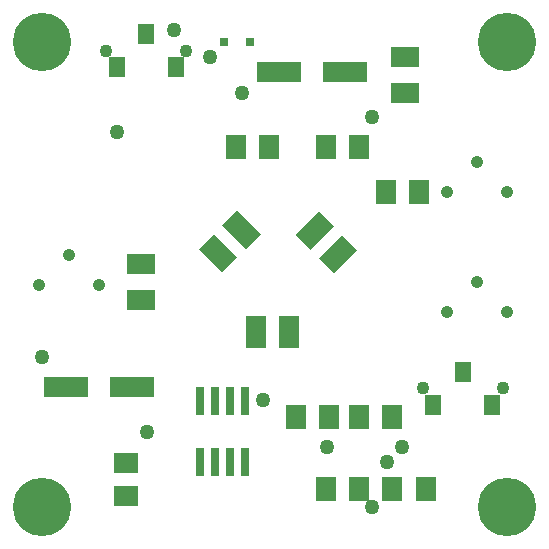
<source format=gts>
G75*
%MOIN*%
%OFA0B0*%
%FSLAX25Y25*%
%IPPOS*%
%LPD*%
%AMOC8*
5,1,8,0,0,1.08239X$1,22.5*
%
%ADD10C,0.19500*%
%ADD11R,0.03162X0.09461*%
%ADD12R,0.07099X0.07887*%
%ADD13R,0.07887X0.07099*%
%ADD14R,0.03162X0.03162*%
%ADD15R,0.05524X0.07099*%
%ADD16C,0.04343*%
%ADD17R,0.07099X0.07898*%
%ADD18R,0.09461X0.06706*%
%ADD19C,0.04178*%
%ADD20R,0.07099X0.11036*%
%ADD21R,0.14580X0.07099*%
%ADD22C,0.04959*%
D10*
X0016138Y0016178D03*
X0016138Y0171178D03*
X0171138Y0171178D03*
X0171138Y0016178D03*
D11*
X0083638Y0030941D03*
X0078638Y0030941D03*
X0073638Y0030941D03*
X0068638Y0030941D03*
X0068638Y0051414D03*
X0073638Y0051414D03*
X0078638Y0051414D03*
X0083638Y0051414D03*
D12*
X0110627Y0022178D03*
X0121650Y0022178D03*
X0121627Y0046178D03*
X0132650Y0046178D03*
D13*
X0044138Y0030689D03*
X0044138Y0019666D03*
D14*
X0076808Y0171178D03*
X0085469Y0171178D03*
D15*
X0060638Y0162654D03*
X0050796Y0173678D03*
X0040953Y0162654D03*
X0146453Y0050154D03*
X0156296Y0061178D03*
X0166138Y0050154D03*
D16*
X0169682Y0055666D03*
X0142910Y0055666D03*
X0064182Y0168166D03*
X0037410Y0168166D03*
D17*
X0080540Y0136178D03*
X0091737Y0136178D03*
X0110540Y0136178D03*
X0121737Y0136178D03*
X0130540Y0121178D03*
X0141737Y0121178D03*
X0111737Y0046178D03*
X0100540Y0046178D03*
X0132840Y0021978D03*
X0144037Y0021978D03*
D18*
X0049138Y0084973D03*
X0049138Y0097178D03*
X0137162Y0153973D03*
X0137162Y0166178D03*
D19*
X0161138Y0131178D03*
X0151138Y0121178D03*
X0171138Y0121178D03*
X0161138Y0091178D03*
X0151138Y0081178D03*
X0171138Y0081178D03*
X0035138Y0090178D03*
X0025138Y0100178D03*
X0015138Y0090178D03*
D20*
G36*
X0068330Y0102172D02*
X0073349Y0107191D01*
X0081152Y0099388D01*
X0076133Y0094369D01*
X0068330Y0102172D01*
G37*
G36*
X0076125Y0109967D02*
X0081144Y0114986D01*
X0088947Y0107183D01*
X0083928Y0102164D01*
X0076125Y0109967D01*
G37*
G36*
X0108340Y0114607D02*
X0113359Y0109588D01*
X0105556Y0101785D01*
X0100537Y0106804D01*
X0108340Y0114607D01*
G37*
G36*
X0116135Y0106813D02*
X0121154Y0101794D01*
X0113351Y0093991D01*
X0108332Y0099010D01*
X0116135Y0106813D01*
G37*
X0098236Y0074385D03*
X0087212Y0074385D03*
D21*
X0046162Y0056178D03*
X0024115Y0056178D03*
X0095115Y0161178D03*
X0117162Y0161178D03*
D22*
X0126138Y0146178D03*
X0082538Y0153978D03*
X0072033Y0166134D03*
X0060011Y0175098D03*
X0041138Y0141178D03*
X0016138Y0066178D03*
X0051138Y0041178D03*
X0089759Y0051678D03*
X0111138Y0036178D03*
X0131138Y0031178D03*
X0136138Y0036178D03*
X0126138Y0016178D03*
M02*

</source>
